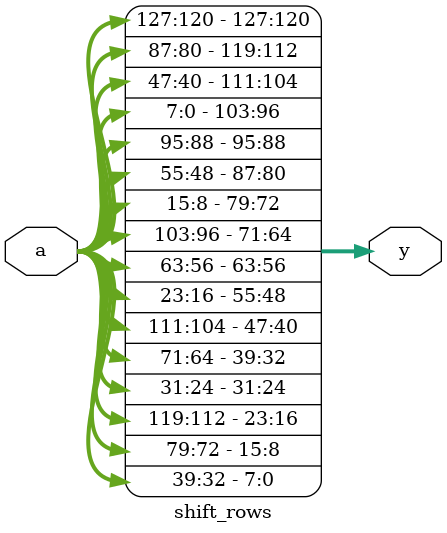
<source format=sv>
module shift_rows(
    //input   logic         enable,
    input   logic [127:0] a,
    output  logic [127:0] y
);
    //logic [127:0] y_interm;
 
    always_comb begin
        y[127:120] = a[127:120];
        y[95:88] = a[95:88];
        y[63:56] = a[63:56];
        y[31:24] = a[31:24];                        
        //Row 2
        y[119:112] = a[87:80];
        y[87:80] = a[55:48];
        y[55:48] = a[23:16];
        y[23:16] = a[119:112];
        //Row 3
        y[111:104] = a[47:40];
        y[79:72] = a[15:8];
        y[47:40] = a[111:104];
        y[15:8] = a[79:72];
        //Row 4
        y[103:96] = a[7:0];
        y[71:64] = a[103:96];
        y[39:32] = a[71:64];
        y[7:0]  = a[39:32];
    end

    //assign y = enable ? (y_interm) : (a);
endmodule

    // typedef enum logic [1:0] {IDLE, ROWS};
    // statetype state, nextstate

    // //Next State Register
    // always_ff @(posedge clk) begin
    //     if(reset) state <= IDLE;
    //     else state <= nextstate;
    // end

    // // Next State Legic
    // always_comb begin
    //     case(state)
    //         IDLE: if(enable) nextstate <= ROWS;
    //               else nextstate <= IDLE;
    //         ROWS: nextstate <= IDLE;
    //         default:
    //     endcase
    // end

    // // Output Logic
    // always_comb begin
    //     case(state)
    //         IDLE:       y <= a;
    //         ROWS:   begin
    //                     //Row 1
    //                     y[127:120] <= a[127:120];
    //                     y[95:88] <= a[95:88];
    //                     y[63:56] <= a[63:56];
    //                     y[31:24] <= a[31:24];                        
    //                     //Row 2
    //                     y[119:112] <= a[23:16];
    //                     y[87:80] <= a[55:48];
    //                     y[55:48] <= a[23:16];
    //                     y[23:16] <= a[119:112];
    //                     //Row 3
    //                     y[111:104] <= a[47:40];
    //                     y[79:72] <= a[15:8];
    //                     y[47:40] <= a[111:104];
    //                     y[15:8] <= a[79:72];
    //                     //Row 4
    //                     y[103:96] <= a[7:0];
    //                     y[71:64] <= a[39:32];
    //                     y[39:32] <= a[71:64];
    //                     y[7:0]  <= a[103:96];
    //                 end
    //         default:    y <= a;
    //     endcase
    // end
</source>
